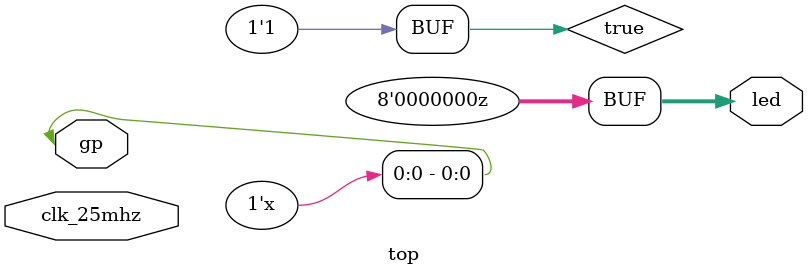
<source format=v>
module top(
    input clk_25mhz,
    inout [27:0] gp,
    output[7:0] led
);

// assign gp[0] = 1'bz;
// ERROR: Unknown fixed type wire node value, 'z'
// ERROR: Loading design failed.

supply1 true;
assign gp[0] = true ? 1'bz : 1'bz;

assign led[0] = gp[0];
assign led[7:1] = {0,0,0,0,0,0,0};

endmodule

</source>
